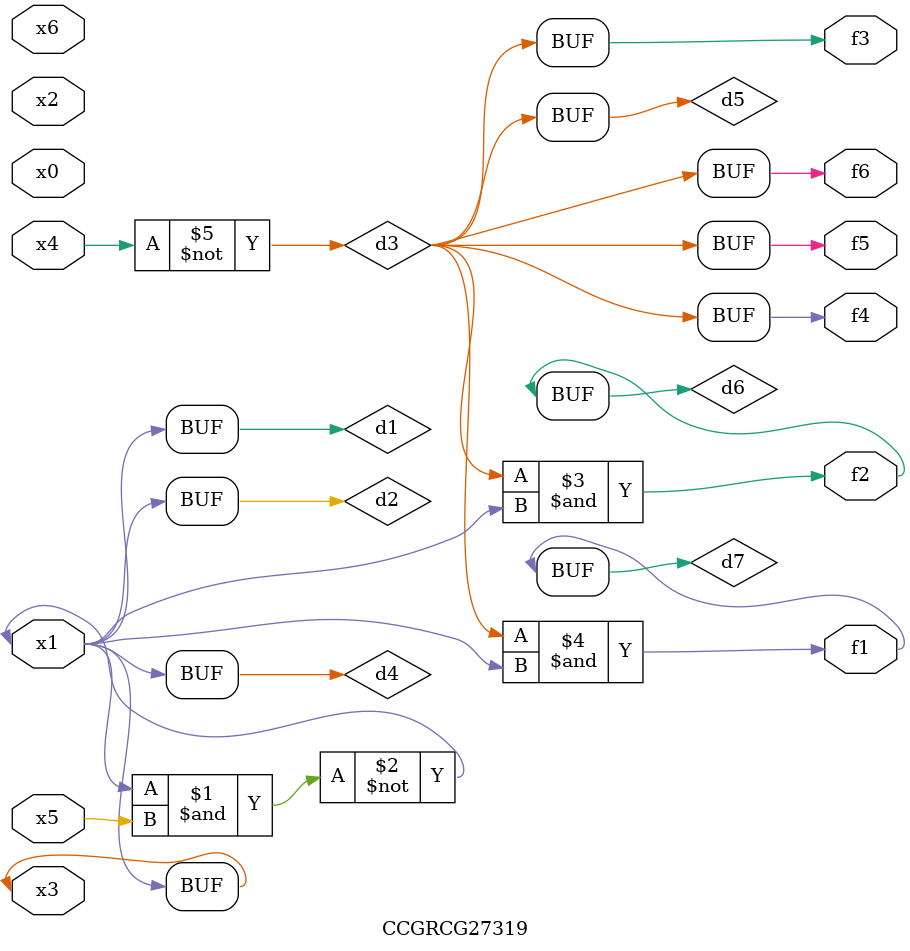
<source format=v>
module CCGRCG27319(
	input x0, x1, x2, x3, x4, x5, x6,
	output f1, f2, f3, f4, f5, f6
);

	wire d1, d2, d3, d4, d5, d6, d7;

	buf (d1, x1, x3);
	nand (d2, x1, x5);
	not (d3, x4);
	buf (d4, d1, d2);
	buf (d5, d3);
	and (d6, d3, d4);
	and (d7, d3, d4);
	assign f1 = d7;
	assign f2 = d6;
	assign f3 = d5;
	assign f4 = d5;
	assign f5 = d5;
	assign f6 = d5;
endmodule

</source>
